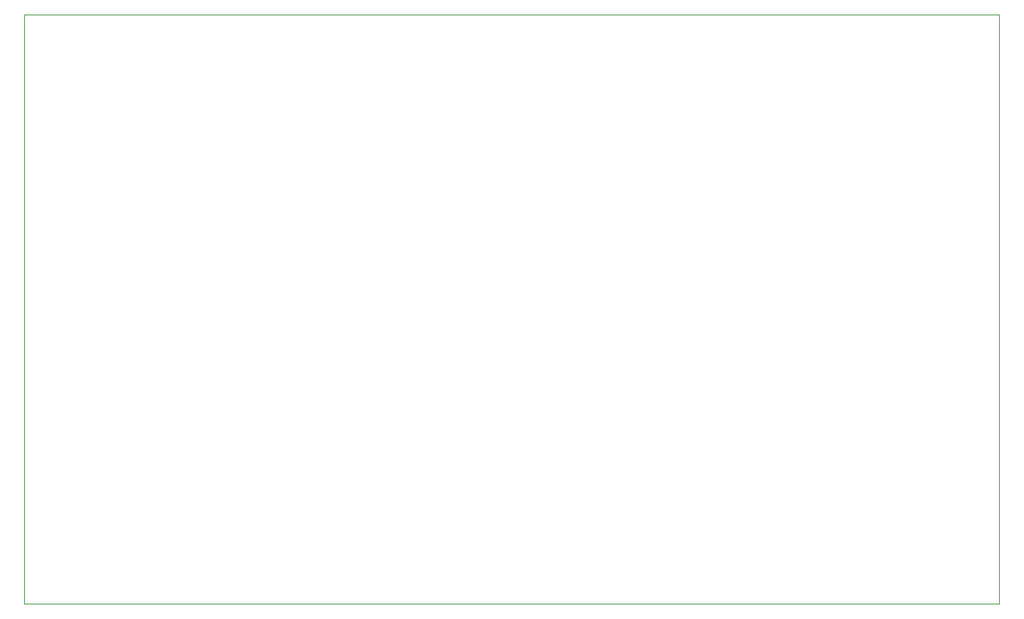
<source format=gm1>
G04 #@! TF.GenerationSoftware,KiCad,Pcbnew,(5.0.1-53-g1ecfe45ab)*
G04 #@! TF.CreationDate,2019-03-07T10:28:32+01:00*
G04 #@! TF.ProjectId,motordriver-2x,6d6f746f-7264-4726-9976-65722d32782e,Rev A*
G04 #@! TF.SameCoordinates,Original*
G04 #@! TF.FileFunction,Profile,NP*
%FSLAX46Y46*%
G04 Gerber Fmt 4.6, Leading zero omitted, Abs format (unit mm)*
G04 Created by KiCad (PCBNEW (5.0.1-53-g1ecfe45ab)) date Thu 07 Mar 2019 10:28:32 AM CET*
%MOMM*%
%LPD*%
G01*
G04 APERTURE LIST*
%ADD10C,0.150000*%
G04 APERTURE END LIST*
D10*
X261000000Y-154000000D02*
X261000000Y-24000000D01*
X46000000Y-154000000D02*
X261000000Y-154000000D01*
X46000000Y-24000000D02*
X261000000Y-24000000D01*
X46000000Y-24000000D02*
X46000000Y-154000000D01*
M02*

</source>
